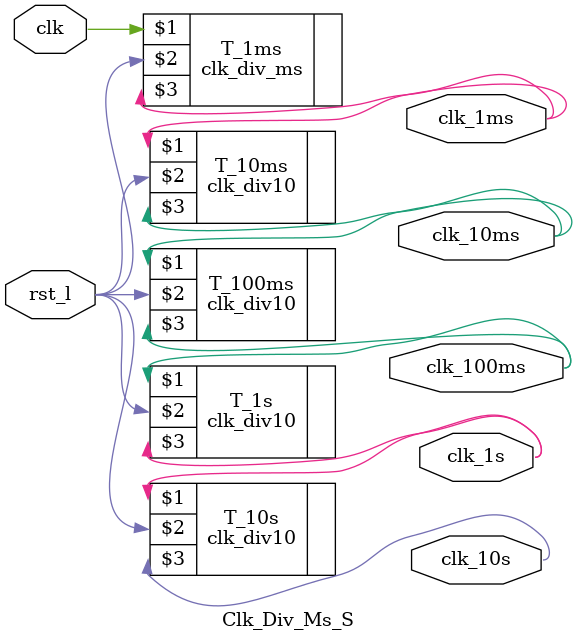
<source format=v>
`timescale 1ns / 1ps


module Clk_Div_Ms_S(
input clk,
input rst_l,
output  clk_1ms,
output  clk_10ms,
output  clk_100ms,
output  clk_1s,
output  clk_10s
);

clk_div_ms  T_1ms(clk,rst_l,clk_1ms);
clk_div10  T_10ms(clk_1ms,rst_l,clk_10ms);
clk_div10  T_100ms(clk_10ms,rst_l,clk_100ms);
clk_div10  T_1s(clk_100ms,rst_l,clk_1s);
clk_div10  T_10s(clk_1s,rst_l,clk_10s);


endmodule


</source>
